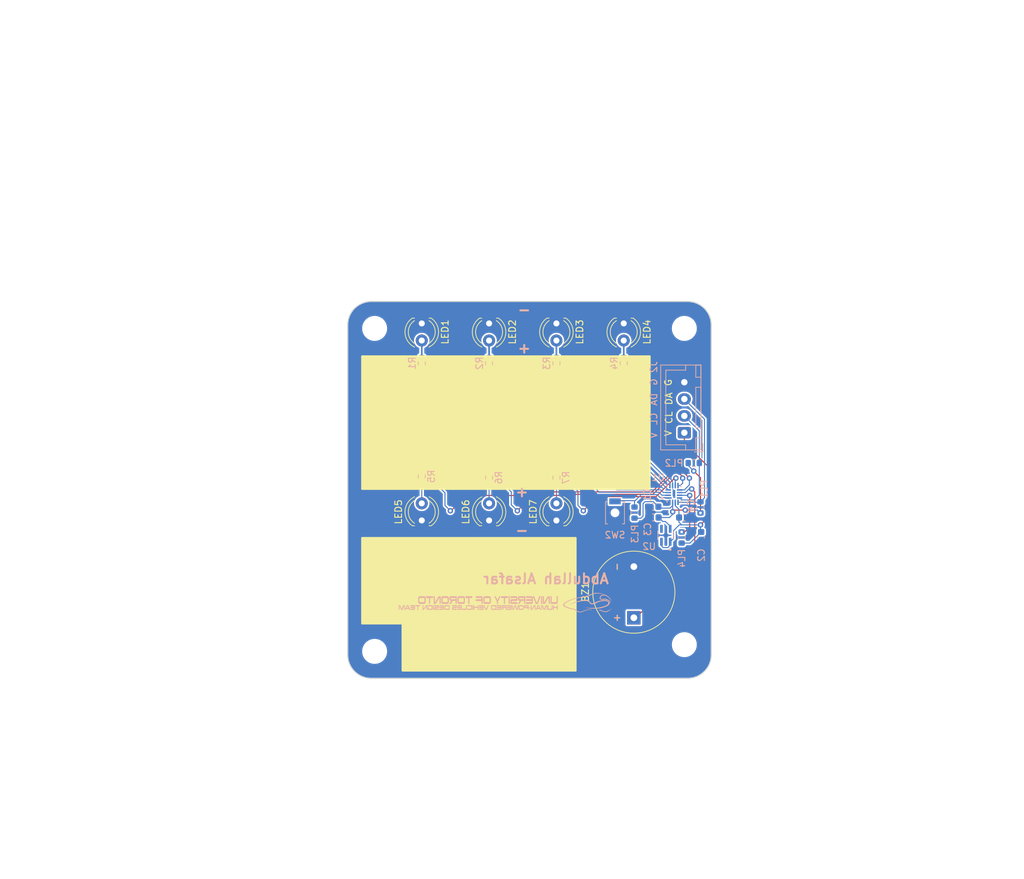
<source format=kicad_pcb>
(kicad_pcb (version 20241229) (generator "pcbnew") (generator_version "9.0")
  (layers (0 "F.Cu" signal) (2 "B.Cu" signal) (13 "F.Paste" user) (15 "B.Paste" user) (5 "F.SilkS" user "F.Silkscreen") (7 "B.SilkS" user "B.Silkscreen") (1 "F.Mask" user) (3 "B.Mask" user) (25 "Edge.Cuts" user))
  (net 0 "")
  (net 1 "BUZ")
  (net 2 "GND")
  (net 3 "+5V")
  (net 4 "Net-(LED1-A)")
  (net 5 "SDA")
  (net 6 "SCL")
  (net 7 "+3V3")
  (net 8 "Net-(LED2-A)")
  (net 9 "Net-(LED3-A)")
  (net 10 "Net-(LED4-A)")
  (net 11 "Net-(LED5-A)")
  (net 12 "Net-(LED6-A)")
  (net 13 "Net-(LED7-A)")
  (net 14 "LED1")
  (net 15 "LED2")
  (net 16 "LED3")
  (net 17 "LED4")
  (net 18 "LED5")
  (net 19 "LED6")
  (net 20 "LED7")
  (net 21 "Net-(U1-~{INT})")
  (net 22 "Net-(U1-~{RESET})")
  (footprint "LED_THT:LED_D4.0mm" (layer "F.Cu") (at 121 115.54 90)
    (property "Reference" "LED6" (at 1.27 -3.46 90) (layer "F.SilkS"))
    (property "Value" "LED")
    (pad "1" thru_hole rect (at 0 0 90) (size 1.8 1.8) (drill 0.9) (layers "*.Cu" "*.Mask") (net 2 "GND"))
    (pad "2" thru_hole circle (at 2.54 0 90) (size 1.8 1.8) (drill 0.9) (layers "*.Cu" "*.Mask") (net 12 "Net-(LED6-A)"))
  )
  (footprint "MountingHole:MountingHole_3.2mm_M3" (layer "F.Cu") (at 150 134)
    (property "Reference" "REF**" (hide yes))
    (property "Value" "MountingHole_3.2mm_M3")
    (pad "" np_thru_hole circle (at 0 0) (size 3.2 3.2) (drill 3.2) (layers "*.Cu" "*.Mask"))
  )
  (footprint "LED_THT:LED_D4.0mm" (layer "F.Cu") (at 111 86.26 -90)
    (property "Reference" "LED1" (at 1.27 -3.46 90) (layer "F.SilkS"))
    (property "Value" "LED")
    (pad "1" thru_hole rect (at 0 0 270) (size 1.8 1.8) (drill 0.9) (layers "*.Cu" "*.Mask") (net 2 "GND"))
    (pad "2" thru_hole circle (at 2.54 0 270) (size 1.8 1.8) (drill 0.9) (layers "*.Cu" "*.Mask") (net 4 "Net-(LED1-A)"))
  )
  (footprint "LED_THT:LED_D4.0mm" (layer "F.Cu") (at 111 115.54 90)
    (property "Reference" "LED5" (at 1.27 -3.46 90) (layer "F.SilkS"))
    (property "Value" "LED")
    (pad "1" thru_hole rect (at 0 0 90) (size 1.8 1.8) (drill 0.9) (layers "*.Cu" "*.Mask") (net 2 "GND"))
    (pad "2" thru_hole circle (at 2.54 0 90) (size 1.8 1.8) (drill 0.9) (layers "*.Cu" "*.Mask") (net 11 "Net-(LED5-A)"))
  )
  (footprint "Buzzer_Beeper:Buzzer_12x9.5RM7.6" (layer "F.Cu") (at 142.5 130 90)
    (property "Reference" "BZ1" (at 3.8 -7.2 90) (layer "F.SilkS"))
    (property "Value" "Buzzer")
    (fp_text user "+" (at -0.01 -2.54 90) (layer "B.SilkS"))
    (pad "1" thru_hole rect (at 0 0 90) (size 2 2) (drill 1) (layers "*.Cu" "*.Mask") (net 1 "BUZ"))
    (pad "2" thru_hole circle (at 7.6 0 90) (size 2 2) (drill 1) (layers "*.Cu" "*.Mask") (net 2 "GND"))
  )
  (footprint "LED_THT:LED_D4.0mm" (layer "F.Cu") (at 131 115.54 90)
    (property "Reference" "LED7" (at 1.27 -3.46 90) (layer "F.SilkS"))
    (property "Value" "LED")
    (pad "1" thru_hole rect (at 0 0 90) (size 1.8 1.8) (drill 0.9) (layers "*.Cu" "*.Mask") (net 2 "GND"))
    (pad "2" thru_hole circle (at 2.54 0 90) (size 1.8 1.8) (drill 0.9) (layers "*.Cu" "*.Mask") (net 13 "Net-(LED7-A)"))
  )
  (footprint "MountingHole:MountingHole_3.2mm_M3" (layer "F.Cu") (at 150 87)
    (property "Reference" "REF**" (hide yes))
    (property "Value" "MountingHole_3.2mm_M3")
    (pad "" np_thru_hole circle (at 0 0) (size 3.2 3.2) (drill 3.2) (layers "*.Cu" "*.Mask"))
  )
  (footprint "MountingHole:MountingHole_3.2mm_M3" (layer "F.Cu") (at 104 87)
    (property "Reference" "REF**" (hide yes))
    (property "Value" "MountingHole_3.2mm_M3")
    (pad "" np_thru_hole circle (at 0 0) (size 3.2 3.2) (drill 3.2) (layers "*.Cu" "*.Mask"))
  )
  (footprint "LED_THT:LED_D4.0mm" (layer "F.Cu") (at 131 86.26 -90)
    (property "Reference" "LED3" (at 1.27 -3.46 90) (layer "F.SilkS"))
    (property "Value" "LED")
    (pad "1" thru_hole rect (at 0 0 270) (size 1.8 1.8) (drill 0.9) (layers "*.Cu" "*.Mask") (net 2 "GND"))
    (pad "2" thru_hole circle (at 2.54 0 270) (size 1.8 1.8) (drill 0.9) (layers "*.Cu" "*.Mask") (net 9 "Net-(LED3-A)"))
  )
  (footprint "MountingHole:MountingHole_3.2mm_M3" (layer "F.Cu") (at 104 135)
    (property "Reference" "REF**" (hide yes))
    (property "Value" "MountingHole_3.2mm_M3")
    (pad "" np_thru_hole circle (at 0 0) (size 3.2 3.2) (drill 3.2) (layers "*.Cu" "*.Mask"))
  )
  (footprint "LED_THT:LED_D4.0mm" (layer "F.Cu") (at 121 86.26 -90)
    (property "Reference" "LED2" (at 1.27 -3.46 90) (layer "F.SilkS"))
    (property "Value" "LED")
    (pad "1" thru_hole rect (at 0 0 270) (size 1.8 1.8) (drill 0.9) (layers "*.Cu" "*.Mask") (net 2 "GND"))
    (pad "2" thru_hole circle (at 2.54 0 270) (size 1.8 1.8) (drill 0.9) (layers "*.Cu" "*.Mask") (net 8 "Net-(LED2-A)"))
  )
  (footprint "LED_THT:LED_D4.0mm" (layer "F.Cu") (at 141 86.26 -90)
    (property "Reference" "LED4" (at 1.27 -3.46 90) (layer "F.SilkS"))
    (property "Value" "LED")
    (pad "1" thru_hole rect (at 0 0 270) (size 1.8 1.8) (drill 0.9) (layers "*.Cu" "*.Mask") (net 2 "GND"))
    (pad "2" thru_hole circle (at 2.54 0 270) (size 1.8 1.8) (drill 0.9) (layers "*.Cu" "*.Mask") (net 10 "Net-(LED4-A)"))
  )
  (footprint "TLV70033DCKR:SOT65P210X110-5N" (layer "B.Cu") (at 147.25 117.75 90)
    (property "Reference" "U2" (at -1.65 -2.47 180) (layer "B.SilkS") (effects (justify mirror)))
    (property "Value" "TLV70033DCKR")
    (pad "1" smd roundrect (at -0.96 0.65 90) (size 1.19 0.4) (layers "B.Cu" "B.Mask" "B.Paste") (roundrect_rratio 0.125) (net 3 "+5V"))
    (pad "2" smd roundrect (at -0.96 0 90) (size 1.19 0.4) (layers "B.Cu" "B.Mask" "B.Paste") (roundrect_rratio 0.125) (net 2 "GND"))
    (pad "3" smd roundrect (at -0.96 -0.65 90) (size 1.19 0.4) (layers "B.Cu" "B.Mask" "B.Paste") (roundrect_rratio 0.125) (net 3 "+5V"))
    (pad "4" smd roundrect (at 0.96 -0.65 90) (size 1.19 0.4) (layers "B.Cu" "B.Mask" "B.Paste") (roundrect_rratio 0.125))
    (pad "5" smd roundrect (at 0.96 0.65 90) (size 1.19 0.4) (layers "B.Cu" "B.Mask" "B.Paste") (roundrect_rratio 0.125) (net 7 "+3V3"))
  )
  (footprint "Resistor_SMD:R_0603_1608Metric" (layer "B.Cu") (at 111 92.175 -90)
    (property "Reference" "R1" (at 0 1.43 90) (layer "B.SilkS") (effects (justify mirror)))
    (property "Value" "430")
    (pad "1" smd roundrect (at -0.825 0 270) (size 0.8 0.95) (layers "B.Cu" "B.Mask" "B.Paste") (net 4 "Net-(LED1-A)"))
    (pad "2" smd roundrect (at 0.825 0 270) (size 0.8 0.95) (layers "B.Cu" "B.Mask" "B.Paste") (net 14 "LED1"))
  )
  (footprint "Resistor_SMD:R_0603_1608Metric" (layer "B.Cu") (at 152.4 113.6 -90)
    (property "Reference" "R_{PULLUP}1" (hide yes))
    (property "Value" "10k")
    (pad "1" smd roundrect (at -0.825 0 270) (size 0.8 0.95) (layers "B.Cu" "B.Mask" "B.Paste") (net 5 "SDA"))
    (pad "2" smd roundrect (at 0.825 0 270) (size 0.8 0.95) (layers "B.Cu" "B.Mask" "B.Paste") (net 7 "+3V3"))
  )
  (footprint "Resistor_SMD:R_0603_1608Metric" (layer "B.Cu") (at 121 92.175 -90)
    (property "Reference" "R2" (at 0 1.43 90) (layer "B.SilkS") (effects (justify mirror)))
    (property "Value" "430")
    (pad "1" smd roundrect (at -0.825 0 270) (size 0.8 0.95) (layers "B.Cu" "B.Mask" "B.Paste") (net 8 "Net-(LED2-A)"))
    (pad "2" smd roundrect (at 0.825 0 270) (size 0.8 0.95) (layers "B.Cu" "B.Mask" "B.Paste") (net 15 "LED2"))
  )
  (footprint "Resistor_SMD:R_0603_1608Metric" (layer "B.Cu") (at 151.4 107 180)
    (property "Reference" "R_{PULLUP}2" (hide yes))
    (property "Value" "10k")
    (pad "1" smd roundrect (at -0.825 0 180) (size 0.8 0.95) (layers "B.Cu" "B.Mask" "B.Paste") (net 6 "SCL"))
    (pad "2" smd roundrect (at 0.825 0 180) (size 0.8 0.95) (layers "B.Cu" "B.Mask" "B.Paste") (net 7 "+3V3"))
  )
  (footprint "Resistor_SMD:R_0603_1608Metric" (layer "B.Cu") (at 121 109.175 90)
    (property "Reference" "R6" (at 0 1.43 90) (layer "B.SilkS") (effects (justify mirror)))
    (property "Value" "430")
    (pad "1" smd roundrect (at -0.825 0 90) (size 0.8 0.95) (layers "B.Cu" "B.Mask" "B.Paste") (net 12 "Net-(LED6-A)"))
    (pad "2" smd roundrect (at 0.825 0 90) (size 0.8 0.95) (layers "B.Cu" "B.Mask" "B.Paste") (net 19 "LED6"))
  )
  (footprint "Button_Switch_SMD:SW_SPST_B3U-1000P-B" (layer "B.Cu") (at 139.7 114.4 90)
    (property "Reference" "SW2" (at -3.3 0 0) (layer "B.SilkS") (effects (justify mirror)))
    (property "Value" "SW_Push")
    (pad "" np_thru_hole circle (at 0 0 90) (size 0.8 0.8) (drill 0.8) (layers "*.Cu" "*.Mask"))
    (pad "1" smd rect (at -1.7 0 90) (size 0.9 1.7) (layers "B.Cu" "B.Mask" "B.Paste") (net 2 "GND"))
    (pad "2" smd rect (at 1.7 0 90) (size 0.9 1.7) (layers "B.Cu" "B.Mask" "B.Paste") (net 22 "Net-(U1-~{RESET})"))
  )
  (footprint "TCA6408ARSVR:QFN40P180X260X55-16N" (layer "B.Cu") (at 148.455 111.6)
    (property "Reference" "U1" (at -2.355 -2.45 0) (layer "B.SilkS") (effects (justify mirror)))
    (property "Value" "TCA6408ARSVR")
    (pad "1" smd roundrect (at -0.795 0.6) (size 0.91 0.22) (layers "B.Cu" "B.Mask" "B.Paste") (roundrect_rratio 0.125) (net 22 "Net-(U1-~{RESET})"))
    (pad "2" smd roundrect (at -0.845 0.2) (size 0.81 0.22) (layers "B.Cu" "B.Mask" "B.Paste") (roundrect_rratio 0.125) (net 14 "LED1"))
    (pad "3" smd roundrect (at -0.845 -0.2) (size 0.81 0.22) (layers "B.Cu" "B.Mask" "B.Paste") (roundrect_rratio 0.125) (net 15 "LED2"))
    (pad "4" smd roundrect (at -0.845 -0.6) (size 0.81 0.22) (layers "B.Cu" "B.Mask" "B.Paste") (roundrect_rratio 0.125) (net 16 "LED3"))
    (pad "5" smd roundrect (at -0.6 -1.245) (size 0.22 0.81) (layers "B.Cu" "B.Mask" "B.Paste") (roundrect_rratio 0.125) (net 17 "LED4"))
    (pad "6" smd roundrect (at -0.2 -1.245) (size 0.22 0.81) (layers "B.Cu" "B.Mask" "B.Paste") (roundrect_rratio 0.125) (net 2 "GND"))
    (pad "7" smd roundrect (at 0.2 -1.245) (size 0.22 0.81) (layers "B.Cu" "B.Mask" "B.Paste") (roundrect_rratio 0.125) (net 20 "LED7"))
    (pad "8" smd roundrect (at 0.6 -1.245) (size 0.22 0.81) (layers "B.Cu" "B.Mask" "B.Paste") (roundrect_rratio 0.125) (net 19 "LED6"))
    (pad "9" smd roundrect (at 0.845 -0.6) (size 0.81 0.22) (layers "B.Cu" "B.Mask" "B.Paste") (roundrect_rratio 0.125) (net 18 "LED5"))
    (pad "10" smd roundrect (at 0.845 -0.2) (size 0.81 0.22) (layers "B.Cu" "B.Mask" "B.Paste") (roundrect_rratio 0.125) (net 1 "BUZ"))
    (pad "11" smd roundrect (at 0.845 0.2) (size 0.81 0.22) (layers "B.Cu" "B.Mask" "B.Paste") (roundrect_rratio 0.125) (net 21 "Net-(U1-~{INT})"))
    (pad "12" smd roundrect (at 0.845 0.6) (size 0.81 0.22) (layers "B.Cu" "B.Mask" "B.Paste") (roundrect_rratio 0.125) (net 6 "SCL"))
    (pad "13" smd roundrect (at 0.6 1.245) (size 0.22 0.81) (layers "B.Cu" "B.Mask" "B.Paste") (roundrect_rratio 0.125) (net 5 "SDA"))
    (pad "14" smd roundrect (at 0.2 1.245) (size 0.22 0.81) (layers "B.Cu" "B.Mask" "B.Paste") (roundrect_rratio 0.125) (net 3 "+5V"))
    (pad "15" smd roundrect (at -0.2 1.245) (size 0.22 0.81) (layers "B.Cu" "B.Mask" "B.Paste") (roundrect_rratio 0.125) (net 7 "+3V3"))
    (pad "16" smd roundrect (at -0.6 1.245) (size 0.22 0.81) (layers "B.Cu" "B.Mask" "B.Paste") (roundrect_rratio 0.125) (net 2 "GND"))
  )
  (footprint "Symbol:HPVDT-Logo_1526.1x139.6mm_SilkScreen" (layer "B.Cu") (at 123.444 127.762 180)
    (property "Reference" "G***" (hide yes))
    (property "Value" "LOGO" (hide yes))
  )
  (footprint "Resistor_SMD:R_0603_1608Metric" (layer "B.Cu") (at 111 109 90)
    (property "Reference" "R5" (at 0 1.43 90) (layer "B.SilkS") (effects (justify mirror)))
    (property "Value" "430")
    (pad "1" smd roundrect (at -0.825 0 90) (size 0.8 0.95) (layers "B.Cu" "B.Mask" "B.Paste") (net 11 "Net-(LED5-A)"))
    (pad "2" smd roundrect (at 0.825 0 90) (size 0.8 0.95) (layers "B.Cu" "B.Mask" "B.Paste") (net 18 "LED5"))
  )
  (footprint "Resistor_SMD:R_0603_1608Metric" (layer "B.Cu") (at 142.6 114.375 -90)
    (property "Reference" "R_{PULLUP}4" (hide yes))
    (property "Value" "10k")
    (pad "1" smd roundrect (at -0.825 0 270) (size 0.8 0.95) (layers "B.Cu" "B.Mask" "B.Paste") (net 22 "Net-(U1-~{RESET})"))
    (pad "2" smd roundrect (at 0.825 0 270) (size 0.8 0.95) (layers "B.Cu" "B.Mask" "B.Paste") (net 7 "+3V3"))
  )
  (footprint "Resistor_SMD:R_0603_1608Metric" (layer "B.Cu") (at 149.6 118.075 -90)
    (property "Reference" "R_{PULLUP}3" (hide yes))
    (property "Value" "10k")
    (pad "1" smd roundrect (at -0.825 0 270) (size 0.8 0.95) (layers "B.Cu" "B.Mask" "B.Paste") (net 21 "Net-(U1-~{INT})"))
    (pad "2" smd roundrect (at 0.825 0 270) (size 0.8 0.95) (layers "B.Cu" "B.Mask" "B.Paste") (net 3 "+5V"))
  )
  (footprint "Resistor_SMD:R_0603_1608Metric" (layer "B.Cu") (at 131 109.175 90)
    (property "Reference" "R7" (at 0 1.43 90) (layer "B.SilkS") (effects (justify mirror)))
    (property "Value" "430")
    (pad "1" smd roundrect (at -0.825 0 90) (size 0.8 0.95) (layers "B.Cu" "B.Mask" "B.Paste") (net 13 "Net-(LED7-A)"))
    (pad "2" smd roundrect (at 0.825 0 90) (size 0.8 0.95) (layers "B.Cu" "B.Mask" "B.Paste") (net 20 "LED7"))
  )
  (footprint "Connector_JST:JST_XH_B4B-XH-A_1x04_P2.50mm_Vertical" (layer "B.Cu") (at 150 102.5 90)
    (property "Reference" "J2" (at 9.75 -4.55 90) (layer "B.SilkS") (effects (justify mirror)))
    (property "Value" "Conn_01x04_Pin")
    (pad "1" thru_hole roundrect (at 0 0 90) (size 1.7 1.95) (drill 0.95) (layers "*.Cu" "*.Mask") (roundrect_rratio 0.147059) (net 3 "+5V"))
    (pad "2" thru_hole oval (at 2.5 0 90) (size 1.7 1.95) (drill 0.95) (layers "*.Cu" "*.Mask") (net 6 "SCL"))
    (pad "3" thru_hole oval (at 5 0 90) (size 1.7 1.95) (drill 0.95) (layers "*.Cu" "*.Mask") (net 5 "SDA"))
    (pad "4" thru_hole oval (at 7.5 0 90) (size 1.7 1.95) (drill 0.95) (layers "*.Cu" "*.Mask") (net 2 "GND"))
  )
  (footprint "Capacitor_SMD:C_0603_1608Metric" (layer "B.Cu") (at 145.375 113.5)
    (property "Reference" "C3" (at -0.825 3.35 90) (layer "B.SilkS") (effects (justify mirror)))
    (property "Value" "0.1uF")
    (pad "1" smd roundrect (at -0.775 0) (size 0.9 0.95) (layers "B.Cu" "B.Mask" "B.Paste") (net 2 "GND"))
    (pad "2" smd roundrect (at 0.775 0) (size 0.9 0.95) (layers "B.Cu" "B.Mask" "B.Paste") (net 7 "+3V3"))
  )
  (footprint "Capacitor_SMD:C_0603_1608Metric" (layer "B.Cu") (at 150 115.1 180)
    (property "Reference" "C4" (at -1 1.737258 270) (layer "B.SilkS") (effects (justify mirror)))
    (property "Value" "0.1uF")
    (pad "1" smd roundrect (at -0.775 0 180) (size 0.9 0.95) (layers "B.Cu" "B.Mask" "B.Paste") (net 2 "GND"))
    (pad "2" smd roundrect (at 0.775 0 180) (size 0.9 0.95) (layers "B.Cu" "B.Mask" "B.Paste") (net 3 "+5V"))
  )
  (footprint "Resistor_SMD:R_0603_1608Metric" (layer "B.Cu") (at 131 92.175 -90)
    (property "Reference" "R3" (at 0 1.43 90) (layer "B.SilkS") (effects (justify mirror)))
    (property "Value" "430")
    (pad "1" smd roundrect (at -0.825 0 270) (size 0.8 0.95) (layers "B.Cu" "B.Mask" "B.Paste") (net 9 "Net-(LED3-A)"))
    (pad "2" smd roundrect (at 0.825 0 270) (size 0.8 0.95) (layers "B.Cu" "B.Mask" "B.Paste") (net 16 "LED3"))
  )
  (footprint "Capacitor_SMD:C_0603_1608Metric" (layer "B.Cu") (at 145.4 115.1 180)
    (property "Reference" "C1" (at 0.9 3.3 90) (layer "B.SilkS") (effects (justify mirror)))
    (property "Value" "0.1uF")
    (pad "1" smd roundrect (at -0.775 0 180) (size 0.9 0.95) (layers "B.Cu" "B.Mask" "B.Paste") (net 7 "+3V3"))
    (pad "2" smd roundrect (at 0.775 0 180) (size 0.9 0.95) (layers "B.Cu" "B.Mask" "B.Paste") (net 2 "GND"))
  )
  (footprint "Capacitor_SMD:C_0603_1608Metric" (layer "B.Cu") (at 152.5 118.025 -90)
    (property "Reference" "C2" (at 2.675 -0.02 90) (layer "B.SilkS") (effects (justify mirror)))
    (property "Value" "0.1uF")
    (pad "1" smd roundrect (at -0.775 0 270) (size 0.9 0.95) (layers "B.Cu" "B.Mask" "B.Paste") (net 3 "+5V"))
    (pad "2" smd roundrect (at 0.775 0 270) (size 0.9 0.95) (layers "B.Cu" "B.Mask" "B.Paste") (net 2 "GND"))
  )
  (footprint "Resistor_SMD:R_0603_1608Metric" (layer "B.Cu") (at 141 92.175 -90)
    (property "Reference" "R4" (at 0 1.43 90) (layer "B.SilkS") (effects (justify mirror)))
    (property "Value" "430")
    (pad "1" smd roundrect (at -0.825 0 270) (size 0.8 0.95) (layers "B.Cu" "B.Mask" "B.Paste") (net 10 "Net-(LED4-A)"))
    (pad "2" smd roundrect (at 0.825 0 270) (size 0.8 0.95) (layers "B.Cu" "B.Mask" "B.Paste") (net 17 "LED4"))
  )
  (gr_line (start 150.656904 114.2) (end 150.35 114.461905) (stroke (width 0.15)) (layer "B.SilkS"))
  (gr_line (start 150.5 139) (end 103.5 139) (stroke (width 0.15)) (layer "Edge.Cuts"))
  (gr_line (start 103.5 83) (end 150.5 83) (stroke (width 0.15)) (layer "Edge.Cuts"))
  (gr_arc (start 100 86.5) (mid 101.025126 84.025126) (end 103.5 83) (stroke (width 0.15)) (layer "Edge.Cuts"))
  (gr_arc (start 103.5 139) (mid 101.025126 137.974874) (end 100 135.5) (stroke (width 0.15)) (layer "Edge.Cuts"))
  (gr_line (start 154 86.5) (end 154 135.5) (stroke (width 0.15)) (layer "Edge.Cuts"))
  (gr_arc (start 150.5 83) (mid 152.974874 84.025126) (end 154 86.5) (stroke (width 0.15)) (layer "Edge.Cuts"))
  (gr_line (start 100 135.5) (end 100 86.5) (stroke (width 0.15)) (layer "Edge.Cuts"))
  (gr_arc (start 154 135.5) (mid 152.974874 137.974874) (end 150.5 139) (stroke (width 0.15)) (layer "Edge.Cuts"))
  (gr_text "+" (at 139.96 130.01 90) (layer "F.SilkS") (effects (font (size 1 1))))
  (gr_text "CL" (at 148.3 101.26746 90) (layer "F.SilkS") (effects (font (size 1 1)) (justify left bottom)))
  (gr_text "G" (at 148.2 95.65 90) (layer "F.SilkS") (effects (font (size 1 1)) (justify left bottom)))
  (gr_text "DA" (at 148.3 98.475 90) (layer "F.SilkS") (effects (font (size 1 1)) (justify left bottom)))
  (gr_text "V" (at 148.2 103.1 90) (layer "F.SilkS") (effects (font (size 1 1)) (justify left bottom)))
  (gr_text "-" (at 139.954 122.428 90) (layer "F.SilkS") (effects (font (size 1 1))))
  (gr_text "+" (at 125.095 90.805 0) (layer "B.SilkS") (effects (font (size 1.5 1.5) (thickness 0.3) (bold yes)) (justify left bottom)))
  (gr_text "PL1" (at 152.35 109.4 90) (layer "B.SilkS") (effects (font (size 1 1)) (justify left top mirror)))
  (gr_text "PL2" (at 149.95 107.6 0) (layer "B.SilkS") (effects (font (size 1 1)) (justify left bottom mirror)))
  (gr_text "CL" (at 146.05 99.441 90) (layer "B.SilkS") (effects (font (size 1 1)) (justify left bottom mirror)))
  (gr_text "V" (at 146.05 102.362 90) (layer "B.SilkS") (effects (font (size 1 1)) (justify left bottom mirror)))
  (gr_text "-" (at 125.095 85.09 0) (layer "B.SilkS") (effects (font (size 1.5 1.5) (thickness 0.3) (bold yes)) (justify left bottom)))
  (gr_text "DA" (at 146.05 96.52 90) (layer "B.SilkS") (effects (font (size 1 1)) (justify left bottom mirror)))
  (gr_text "G" (at 146.05 94.361 90) (layer "B.SilkS") (effects (font (size 1 1)) (justify left bottom mirror)))
  (gr_text "+" (at 127 110.617 180) (layer "B.SilkS") (effects (font (size 1.5 1.5) (thickness 0.3) (bold yes)) (justify left bottom)))
  (gr_text "Abdullah Alsafar" (at 138.938 125.095 0) (layer "B.SilkS") (effects (font (size 1.5 1.5) (thickness 0.3) (bold yes)) (justify left bottom mirror)))
  (gr_text "PL4" (at 150.2 119.7 90) (layer "B.SilkS") (effects (font (size 1 1)) (justify left bottom mirror)))
  (gr_text "-" (at 127 116.332 180) (layer "B.SilkS") (effects (font (size 1.5 1.5) (thickness 0.3) (bold yes)) (justify left bottom)))
  (gr_text "PL3" (at 143.25 116.05 90) (layer "B.SilkS") (effects (font (size 1 1)) (justify left bottom mirror)))
  (gr_text "-" (at 139.954 122.428 90) (layer "B.SilkS") (effects (font (size 1 1))))
  (segment (start 151.55 111.320573) (end 151.55 121.25) (width 0.15) (layer "F.Cu") (net 1))
  (segment (start 142.8 130) (end 142.5 130) (width 0.15) (layer "F.Cu") (net 1))
  (segment (start 151.092011 110.862584) (end 151.55 111.320573) (width 0.15) (layer "F.Cu") (net 1))
  (segment (start 151.55 121.25) (end 142.8 130) (width 0.15) (layer "F.Cu") (net 1))
  (via (at 151.092011 110.862584) (size 0.8) (drill 0.4) (layers "F.Cu" "B.Cu") (net 1))
  (segment (start 151.092011 110.862584) (end 150.687416 110.862584) (width 0.15) (layer "B.Cu") (net 1))
  (segment (start 150.687416 110.862584) (end 150.15 111.4) (width 0.15) (layer "B.Cu") (net 1))
  (segment (start 150.15 111.4) (end 149.3 111.4) (width 0.15) (layer "B.Cu") (net 1))
  (segment (start 131 115.54) (end 131 118.5) (width 0.25) (layer "B.Cu") (net 2))
  (segment (start 111 115.54) (end 111 118.5) (width 0.25) (layer "B.Cu") (net 2))
  (segment (start 121 115.54) (end 121 118.5) (width 0.25) (layer "B.Cu") (net 2))
  (segment (start 150 104) (end 150 102.5) (width 0.15) (layer "F.Cu") (net 3))
  (segment (start 152.4 116.2) (end 153.6 115) (width 0.15) (layer "F.Cu") (net 3))
  (segment (start 153.6 107.6) (end 150 104) (width 0.15) (layer "F.Cu") (net 3))
  (segment (start 153.6 115) (end 153.6 107.6) (width 0.15) (layer "F.Cu") (net 3))
  (via (at 152.4 116.2) (size 0.8) (drill 0.4) (layers "F.Cu" "B.Cu") (net 3))
  (segment (start 146.6 119.305) (end 146.6 118.71) (width 0.15) (layer "B.Cu") (net 3))
  (segment (start 149.2 113.879978) (end 148.655 113.334978) (width 0.15) (layer "B.Cu") (net 3))
  (segment (start 146.876 119.581) (end 146.6 119.305) (width 0.15) (layer "B.Cu") (net 3))
  (segment (start 149.2 115.8) (end 149.2 113.879978) (width 0.15) (layer "B.Cu") (net 3))
  (segment (start 149.6 118.9) (end 150.85 118.9) (width 0.15) (layer "B.Cu") (net 3))
  (segment (start 148.4 118.21) (end 147.9 118.71) (width 0.15) (layer "B.Cu") (net 3))
  (segment (start 152.4 116.2) (end 149.6 116.2) (width 0.15) (layer "B.Cu") (net 3))
  (segment (start 150.85 118.9) (end 152.5 117.25) (width 0.15) (layer "B.Cu") (net 3))
  (segment (start 149.6 116.2) (end 149.2 115.8) (width 0.15) (layer "B.Cu") (net 3))
  (segment (start 147.9 118.71) (end 147.9 119.21742) (width 0.15) (layer "B.Cu") (net 3))
  (segment (start 147.9 119.21742) (end 147.53642 119.581) (width 0.15) (layer "B.Cu") (net 3))
  (segment (start 148.655 113.334978) (end 148.655 112.845) (width 0.15) (layer "B.Cu") (net 3))
  (segment (start 149.6 116.2) (end 149.25 116.2) (width 0.15) (layer "B.Cu") (net 3))
  (segment (start 149.25 116.2) (end 148.4 117.05) (width 0.15) (layer "B.Cu") (net 3))
  (segment (start 148.4 117.05) (end 148.4 118.21) (width 0.15) (layer "B.Cu") (net 3))
  (segment (start 147.53642 119.581) (end 146.876 119.581) (width 0.15) (layer "B.Cu") (net 3))
  (segment (start 152.4 117.15) (end 152.5 117.25) (width 0.15) (layer "B.Cu") (net 3))
  (segment (start 152.4 116.2) (end 152.4 117.15) (width 0.15) (layer "B.Cu") (net 3))
  (segment (start 111 91.35) (end 111 88.8) (width 0.25) (layer "B.Cu") (net 4))
  (segment (start 152.4 112.775) (end 153 112.175) (width 0.15) (layer "B.Cu") (net 5))
  (segment (start 153 100.5) (end 150 97.5) (width 0.15) (layer "B.Cu") (net 5))
  (segment (start 149.055 112.845) (end 152.295 112.845) (width 0.15) (layer "B.Cu") (net 5))
  (segment (start 152.365 112.775) (end 152.4 112.775) (width 0.15) (layer "B.Cu") (net 5))
  (segment (start 153 112.175) (end 153 100.5) (width 0.15) (layer "B.Cu") (net 5))
  (segment (start 152.295 112.845) (end 152.365 112.775) (width 0.15) (layer "B.Cu") (net 5))
  (segment (start 152.225 111.775) (end 151.506 112.494) (width 0.15) (layer "B.Cu") (net 6))
  (segment (start 150 100) (end 152.225 102.225) (width 0.15) (layer "B.Cu") (net 6))
  (segment (start 149.594 112.494) (end 149.3 112.2) (width 0.15) (layer "B.Cu") (net 6))
  (segment (start 151.506 112.494) (end 149.594 112.494) (width 0.15) (layer "B.Cu") (net 6))
  (segment (start 152.225 102.225) (end 152.225 111.775) (width 0.15) (layer "B.Cu") (net 6))
  (segment (start 148.519 114) (end 148.269 114.25) (width 0.15) (layer "F.Cu") (net 7))
  (segment (start 150.125 114) (end 148.519 114) (width 0.15) (layer "F.Cu") (net 7))
  (segment (start 152.4 109.2) (end 152.4 114.425) (width 0.15) (layer "F.Cu") (net 7))
  (segment (start 151.4 108.2) (end 152.4 109.2) (width 0.15) (layer "F.Cu") (net 7))
  (via (at 151.4 108.2) (size 0.8) (drill 0.4) (layers "F.Cu" "B.Cu") (net 7))
  (via (at 150.125 114) (size 0.8) (drill 0.4) (layers "F.Cu" "B.Cu") (net 7))
  (via (at 148.269 114.25) (size 0.8) (drill 0.4) (layers "F.Cu" "B.Cu") (net 7))
  (via (at 152.4 114.425) (size 0.8) (drill 0.4) (layers "F.Cu" "B.Cu") (net 7))
  (segment (start 148.269 114.631) (end 147.8 115.1) (width 0.15) (layer "B.Cu") (net 7))
  (segment (start 147.889978 113.7) (end 148.255 113.334978) (width 0.15) (layer "B.Cu") (net 7))
  (segment (start 143.874 114.876) (end 143.55 115.2) (width 0.15) (layer "B.Cu") (net 7))
  (segment (start 148.255 112.845) (end 148.269 112.859) (width 0.15) (layer "B.Cu") (net 7))
  (segment (start 148.255 113.334978) (end 148.255 112.845) (width 0.15) (layer "B.Cu") (net 7))
  (segment (start 147.8 115.1) (end 146.175 115.1) (width 0.15) (layer "B.Cu") (net 7))
  (segment (start 144.161244 112.749) (end 143.874 113.036244) (width 0.15) (layer "B.Cu") (net 7))
  (segment (start 143.874 113.036244) (end 143.874 114.876) (width 0.15) (layer "B.Cu") (net 7))
  (segment (start 147.2 115.7) (end 146.8 115.7) (width 0.15) (layer "B.Cu") (net 7))
  (segment (start 152.4 114.425) (end 151.975 114) (width 0.15) (layer "B.Cu") (net 7))
  (segment (start 148.269 114.25) (end 148.269 114.631) (width 0.15) (layer "B.Cu") (net 7))
  (segment (start 150.575 107.375) (end 151.4 108.2) (width 0.15) (layer "B.Cu") (net 7))
  (segment (start 148.269 112.859) (end 148.269 114.25) (width 0.15) (layer "B.Cu") (net 7))
  (segment (start 151.975 114) (end 150.125 114) (width 0.15) (layer "B.Cu") (net 7))
  (segment (start 143.55 115.2) (end 142.6 115.2) (width 0.15) (layer "B.Cu") (net 7))
  (segment (start 147.9 116.79) (end 147.9 116.4) (width 0.15) (layer "B.Cu") (net 7))
  (segment (start 146.8 115.7) (end 146.2 115.1) (width 0.15) (layer "B.Cu") (net 7))
  (segment (start 146.35 113.7) (end 147.889978 113.7) (width 0.15) (layer "B.Cu") (net 7))
  (segment (start 146.15 113.5) (end 145.399 112.749) (width 0.15) (layer "B.Cu") (net 7))
  (segment (start 150.575 107) (end 150.575 107.375) (width 0.15) (layer "B.Cu") (net 7))
  (segment (start 146.2 115.1) (end 146.175 115.1) (width 0.15) (layer "B.Cu") (net 7))
  (segment (start 146.15 113.5) (end 146.35 113.7) (width 0.15) (layer "B.Cu") (net 7))
  (segment (start 145.399 112.749) (end 144.161244 112.749) (width 0.15) (layer "B.Cu") (net 7))
  (segment (start 147.9 116.4) (end 147.2 115.7) (width 0.15) (layer "B.Cu") (net 7))
  (segment (start 121 91.6) (end 121 88.8) (width 0.25) (layer "B.Cu") (net 8))
  (segment (start 131 88.8) (end 131 91.35) (width 0.25) (layer "B.Cu") (net 9))
  (segment (start 141 88.8) (end 141 91.35) (width 0.25) (layer "B.Cu") (net 10))
  (segment (start 111 113) (end 111 109.825) (width 0.15) (layer "B.Cu") (net 11))
  (segment (start 121 110) (end 121 113) (width 0.15) (layer "B.Cu") (net 12))
  (segment (start 131 110) (end 131 113) (width 0.15) (layer "B.Cu") (net 13))
  (segment (start 137.351 111.351) (end 119 93) (width 0.15) (layer "B.Cu") (net 14))
  (segment (start 119 93) (end 111 93) (width 0.15) (layer "B.Cu") (net 14))
  (segment (start 147.61 111.8) (end 147.596 111.786) (width 0.15) (layer "B.Cu") (net 14))
  (segment (start 147.596 111.786) (end 146.661 111.786) (width 0.15) (layer "B.Cu") (net 14))
  (segment (start 146.661 111.786) (end 146.226 111.351) (width 0.15) (layer "B.Cu") (net 14))
  (segment (start 146.226 111.351) (end 137.351 111.351) (width 0.15) (layer "B.Cu") (net 14))
  (segment (start 146.5 111) (end 140 111) (width 0.15) (layer "B.Cu") (net 15))
  (segment (start 122 93) (end 121 93) (width 0.15) (layer "B.Cu") (net 15))
  (segment (start 146.886 111.386) (end 146.5 111) (width 0.15) (layer "B.Cu") (net 15))
  (segment (start 147.596 111.386) (end 146.886 111.386) (width 0.15) (layer "B.Cu") (net 15))
  (segment (start 140 111) (end 122 93) (width 0.15) (layer "B.Cu") (net 15))
  (segment (start 147.61 111.4) (end 147.596 111.386) (width 0.15) (layer "B.Cu") (net 15))
  (segment (start 131 94.39) (end 131 93) (width 0.15) (layer "B.Cu") (net 16))
  (segment (start 147.61 111) (end 131 94.39) (width 0.15) (layer "B.Cu") (net 16))
  (segment (start 147.855 110.355) (end 147.855 109.855) (width 0.15) (layer "B.Cu") (net 17))
  (segment (start 141 103) (end 141 93) (width 0.15) (layer "B.Cu") (net 17))
  (segment (start 147.855 109.855) (end 141 103) (width 0.15) (layer "B.Cu") (net 17))
  (segment (start 148.4 108.1) (end 149.6 108.1) (width 0.15) (layer "F.Cu") (net 18))
  (segment (start 125.456009 111.5) (end 125.658009 111.298) (width 0.15) (layer "F.Cu") (net 18))
  (segment (start 115.249922 114.1) (end 115.35 114.1) (width 0.15) (layer "F.Cu") (net 18))
  (segment (start 148.3 108.2) (end 148.4 108.1) (width 0.15) (layer "F.Cu") (net 18))
  (segment (start 125.45 111.5) (end 125.456009 111.5) (width 0.15) (layer "F.Cu") (net 18))
  (segment (start 148.3 108.203612) (end 148.3 108.2) (width 0.15) (layer "F.Cu") (net 18))
  (segment (start 149.6 108.1) (end 150.75 109.25) (width 0.15) (layer "F.Cu") (net 18))
  (segment (start 125.658009 111.298) (end 145.205612 111.298) (width 0.15) (layer "F.Cu") (net 18))
  (segment (start 145.205612 111.298) (end 148.3 108.203612) (width 0.15) (layer "F.Cu") (net 18))
  (segment (start 125.126 111.824) (end 125.45 111.5) (width 0.15) (layer "F.Cu") (net 18))
  (segment (start 117.626 111.824) (end 125.126 111.824) (width 0.15) (layer "F.Cu") (net 18))
  (segment (start 115.35 114.1) (end 117.626 111.824) (width 0.15) (layer "F.Cu") (net 18))
  (via (at 115.249922 114.1) (size 0.8) (drill 0.4) (layers "F.Cu" "B.Cu") (net 18))
  (via (at 150.75 109.25) (size 0.8) (drill 0.4) (layers "F.Cu" "B.Cu") (net 18))
  (segment (start 115.249922 114.1) (end 114.45 113.300078) (width 0.15) (layer "B.Cu") (net 18))
  (segment (start 150.75 110.25) (end 150 111) (width 0.15) (layer "B.Cu") (net 18))
  (segment (start 150 111) (end 149.3 111) (width 0.15) (layer "B.Cu") (net 18))
  (segment (start 114.45 111.45) (end 111.175 108.175) (width 0.15) (layer "B.Cu") (net 18))
  (segment (start 150.75 109.25) (end 150.75 110.25) (width 0.15) (layer "B.Cu") (net 18))
  (segment (start 111.175 108.175) (end 111 108.175) (width 0.15) (layer "B.Cu") (net 18))
  (segment (start 114.45 113.300078) (end 114.45 111.45) (width 0.15) (layer "B.Cu") (net 18))
  (segment (start 133.726008 111.824) (end 133.900008 111.65) (width 0.15) (layer "F.Cu") (net 19))
  (segment (start 135.8 111.65) (end 135.801 111.649) (width 0.15) (layer "F.Cu") (net 19))
  (segment (start 149.75 109.05) (end 149.75 109.25) (width 0.15) (layer "F.Cu") (net 19))
  (segment (start 149.2 108.5) (end 149.75 109.05) (width 0.15) (layer "F.Cu") (net 19))
  (segment (start 127.476 111.824) (end 133.726008 111.824) (width 0.15) (layer "F.Cu") (net 19))
  (segment (start 133.900008 111.65) (end 135.8 111.65) (width 0.15) (layer "F.Cu") (net 19))
  (segment (start 148.5 108.5) (end 149.2 108.5) (width 0.15) (layer "F.Cu") (net 19))
  (segment (start 125.2 114.1) (end 127.476 111.824) (width 0.15) (layer "F.Cu") (net 19))
  (segment (start 135.801 111.649) (end 145.351001 111.649) (width 0.15) (layer "F.Cu") (net 19))
  (segment (start 145.351001 111.649) (end 148.5 108.5) (width 0.15) (layer "F.Cu") (net 19))
  (via (at 149.75 109.25) (size 0.8) (drill 0.4) (layers "F.Cu" "B.Cu") (net 19))
  (via (at 125.2 114.1) (size 0.8) (drill 0.4) (layers "F.Cu" "B.Cu") (net 19))
  (segment (start 149.395 110.355) (end 149.055 110.355) (width 0.15) (layer "B.Cu") (net 19))
  (segment (start 149.75 109.25) (end 149.75 110) (width 0.15) (layer "B.Cu") (net 19))
  (segment (start 124.3 113.2) (end 124.3 111.3) (width 0.15) (layer "B.Cu") (net 19))
  (segment (start 125.2 114.1) (end 124.3 113.2) (width 0.15) (layer "B.Cu") (net 19))
  (segment (start 149.75 110) (end 149.395 110.355) (width 0.15) (layer "B.Cu") (net 19))
  (segment (start 121.35 108.35) (end 121 108.35) (width 0.15) (layer "B.Cu") (net 19))
  (segment (start 124.3 111.3) (end 121.35 108.35) (width 0.15) (layer "B.Cu") (net 19))
  (segment (start 135 114.1) (end 137.1 112) (width 0.15) (layer "F.Cu") (net 20))
  (segment (start 137.1 112) (end 145.8 112) (width 0.15) (layer "F.Cu") (net 20))
  (segment (start 148.55 109.25) (end 148.75 109.25) (width 0.15) (layer "F.Cu") (net 20))
  (segment (start 145.8 112) (end 148.55 109.25) (width 0.15) (layer "F.Cu") (net 20))
  (via (at 148.75 109.25) (size 0.8) (drill 0.4) (layers "F.Cu" "B.Cu") (net 20))
  (via (at 135 114.1) (size 0.8) (drill 0.4) (layers "F.Cu" "B.Cu") (net 20))
  (segment (start 134.2 111.2) (end 131.35 108.35) (width 0.15) (layer "B.Cu") (net 20))
  (segment (start 134.2 113.3) (end 134.2 111.2) (width 0.15) (layer "B.Cu") (net 20))
  (segment (start 135 114.1) (end 134.2 113.3) (width 0.15) (layer "B.Cu") (net 20))
  (segment (start 148.75 109.25) (end 148.75 109.56) (width 0.15) (layer "B.Cu") (net 20))
  (segment (start 148.75 109.56) (end 148.655 109.655) (width 0.15) (layer "B.Cu") (net 20))
  (segment (start 131.35 108.35) (end 131 108.35) (width 0.15) (layer "B.Cu") (net 20))
  (segment (start 148.655 109.655) (end 148.655 110.355) (width 0.15) (layer "B.Cu") (net 20))
  (segment (start 150.8 116.5) (end 150.05 117.25) (width 0.15) (layer "F.Cu") (net 21))
  (segment (start 150.8 111.819) (end 150.8 116.5) (width 0.15) (layer "F.Cu") (net 21))
  (segment (start 150.05 117.25) (end 149.6 117.25) (width 0.15) (layer "F.Cu") (net 21))
  (via (at 150.8 111.819) (size 0.8) (drill 0.4) (layers "F.Cu" "B.Cu") (net 21))
  (via (at 149.6 117.25) (size 0.8) (drill 0.4) (layers "F.Cu" "B.Cu") (net 21))
  (segment (start 150.781 111.8) (end 150.8 111.819) (width 0.15) (layer "B.Cu") (net 21))
  (segment (start 149.3 111.8) (end 150.781 111.8) (width 0.15) (layer "B.Cu") (net 21))
  (segment (start 139.8 112.6) (end 142.6 112.6) (width 0.15) (layer "B.Cu") (net 22))
  (segment (start 142.6 113.55) (end 142.6 112.6) (width 0.15) (layer "B.Cu") (net 22))
  (segment (start 147.106022 112.186) (end 147.624022 112.186) (width 0.15) (layer "B.Cu") (net 22))
  (segment (start 145.953806 111.702) (end 146.388806 112.137) (width 0.15) (layer "B.Cu") (net 22))
  (segment (start 147.057022 112.137) (end 147.106022 112.186) (width 0.15) (layer "B.Cu") (net 22))
  (segment (start 142.7 112.6) (end 143.598 111.702) (width 0.15) (layer "B.Cu") (net 22))
  (segment (start 143.598 111.702) (end 145.953806 111.702) (width 0.15) (layer "B.Cu") (net 22))
  (segment (start 146.388806 112.137) (end 147.057022 112.137) (width 0.15) (layer "B.Cu") (net 22))
  (segment (start 142.6 112.6) (end 142.7 112.6) (width 0.15) (layer "B.Cu") (net 22))
  (segment (start 139.7 112.7) (end 139.8 112.6) (width 0.15) (layer "B.Cu") (net 22))
  (zone (net 2) (net_name "GND") (layer "B.Cu") (connect_pads yes (clearance 0.25)) (min_thickness 0.05) (fill yes (thermal_gap 0.5) (thermal_bridge_width 0.5))
    (polygon (pts (xy 154 83) (xy 100 83) (xy 100 139) (xy 154 139)))
  )
  (zone (net 0) (net_name "") (layer "F.SilkS") (connect_pads (clearance 0.5)) (min_thickness 0.25) (fill yes (thermal_gap 0.5) (thermal_bridge_width 0.5))
    (polygon (pts (xy 102 91) (xy 145 91) (xy 145 111) (xy 102 111)))
  )
  (zone (net 0) (net_name "") (layer "F.SilkS") (connect_pads (clearance 0.5)) (min_thickness 0.25) (fill yes (thermal_gap 0.5) (thermal_bridge_width 0.5))
    (polygon (pts (xy 108 131) (xy 102 131) (xy 102 118) (xy 134 118) (xy 134 138) (xy 108 138)))
  )
)
</source>
